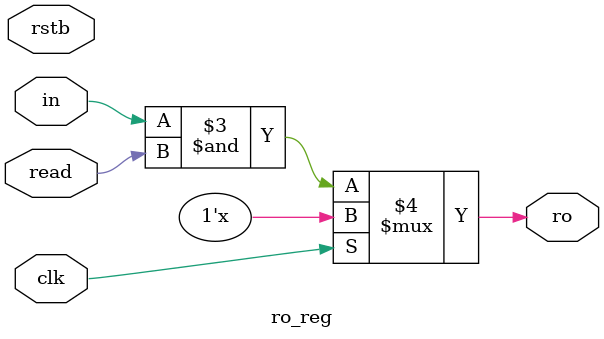
<source format=v>
`default_nettype none

module ro_reg (
    input   wire        clk,
    input   wire        rstb,
    input   wire        read,
    input   wire        in,
    output  reg         ro
);

    always @(*)
    begin
        if (!clk)
            ro <= in & read;
    end

endmodule
</source>
